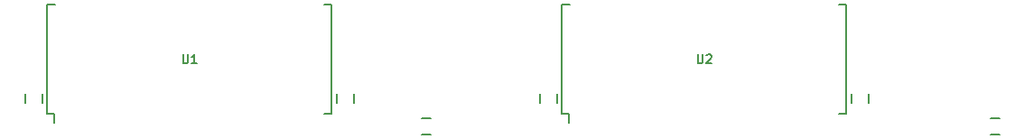
<source format=gto>
G04 #@! TF.GenerationSoftware,KiCad,Pcbnew,(5.1.10-1-10_14)*
G04 #@! TF.CreationDate,2021-07-01T18:54:41-04:00*
G04 #@! TF.ProjectId,MacVRAMSIMM,4d616356-5241-44d5-9349-4d4d2e6b6963,1.0*
G04 #@! TF.SameCoordinates,Original*
G04 #@! TF.FileFunction,Legend,Top*
G04 #@! TF.FilePolarity,Positive*
%FSLAX46Y46*%
G04 Gerber Fmt 4.6, Leading zero omitted, Abs format (unit mm)*
G04 Created by KiCad (PCBNEW (5.1.10-1-10_14)) date 2021-07-01 18:54:41*
%MOMM*%
%LPD*%
G01*
G04 APERTURE LIST*
%ADD10C,0.152400*%
%ADD11C,0.200000*%
%ADD12C,0.203200*%
%ADD13C,0.175000*%
%ADD14C,2.000000*%
%ADD15C,2.150000*%
G04 APERTURE END LIST*
D10*
X164908600Y-121818500D02*
X165721400Y-121818500D01*
X164908600Y-123418500D02*
X165721400Y-123418500D01*
X111568600Y-123418500D02*
X112381400Y-123418500D01*
X111568600Y-121818500D02*
X112381400Y-121818500D01*
X74384000Y-120421400D02*
X74384000Y-119608600D01*
X75984000Y-120421400D02*
X75984000Y-119608600D01*
X153454000Y-120421400D02*
X153454000Y-119608600D01*
X151854000Y-120421400D02*
X151854000Y-119608600D01*
X124244000Y-120421400D02*
X124244000Y-119608600D01*
X122644000Y-120421400D02*
X122644000Y-119608600D01*
X103594000Y-120421400D02*
X103594000Y-119608600D01*
X105194000Y-120421400D02*
X105194000Y-119608600D01*
D11*
X76454000Y-121477000D02*
X77104000Y-121477000D01*
X76454000Y-111187000D02*
X77199000Y-111187000D01*
X103124000Y-111187000D02*
X102379000Y-111187000D01*
X103124000Y-121477000D02*
X102379000Y-121477000D01*
X76454000Y-121477000D02*
X76454000Y-111187000D01*
X103124000Y-121412000D02*
X103124000Y-111187000D01*
X77104000Y-121477000D02*
X77104000Y-122301000D01*
X125364000Y-121477000D02*
X125364000Y-122301000D01*
X151384000Y-121412000D02*
X151384000Y-111187000D01*
X124714000Y-121477000D02*
X124714000Y-111187000D01*
X151384000Y-121477000D02*
X150639000Y-121477000D01*
X151384000Y-111187000D02*
X150639000Y-111187000D01*
X124714000Y-111187000D02*
X125459000Y-111187000D01*
X124714000Y-121477000D02*
X125364000Y-121477000D01*
D12*
X89169723Y-115886895D02*
X89169723Y-116544876D01*
X89208428Y-116622285D01*
X89247133Y-116660990D01*
X89324542Y-116699695D01*
X89479361Y-116699695D01*
X89556771Y-116660990D01*
X89595476Y-116622285D01*
X89634180Y-116544876D01*
X89634180Y-115886895D01*
X90446980Y-116699695D02*
X89982523Y-116699695D01*
X90214752Y-116699695D02*
X90214752Y-115886895D01*
X90137342Y-116003009D01*
X90059933Y-116080419D01*
X89982523Y-116119123D01*
X137429723Y-115886895D02*
X137429723Y-116544876D01*
X137468428Y-116622285D01*
X137507133Y-116660990D01*
X137584542Y-116699695D01*
X137739361Y-116699695D01*
X137816771Y-116660990D01*
X137855476Y-116622285D01*
X137894180Y-116544876D01*
X137894180Y-115886895D01*
X138242523Y-115964304D02*
X138281228Y-115925600D01*
X138358638Y-115886895D01*
X138552161Y-115886895D01*
X138629571Y-115925600D01*
X138668276Y-115964304D01*
X138706980Y-116041714D01*
X138706980Y-116119123D01*
X138668276Y-116235238D01*
X138203819Y-116699695D01*
X138706980Y-116699695D01*
%LPC*%
D13*
G36*
X165735000Y-127635000D02*
G01*
X123825000Y-127635000D01*
X123317000Y-125031500D01*
X166243000Y-125031500D01*
X165735000Y-127635000D01*
G37*
X165735000Y-127635000D02*
X123825000Y-127635000D01*
X123317000Y-125031500D01*
X166243000Y-125031500D01*
X165735000Y-127635000D01*
G36*
X117475000Y-127635000D02*
G01*
X75565000Y-127635000D01*
X75057000Y-125031500D01*
X117983000Y-125031500D01*
X117475000Y-127635000D01*
G37*
X117475000Y-127635000D02*
X75565000Y-127635000D01*
X75057000Y-125031500D01*
X117983000Y-125031500D01*
X117475000Y-127635000D01*
G36*
G01*
X165139300Y-127233440D02*
X165139300Y-124988560D01*
G75*
G02*
X165615860Y-124512000I476560J0D01*
G01*
X165854140Y-124512000D01*
G75*
G02*
X166330700Y-124988560I0J-476560D01*
G01*
X166330700Y-127233440D01*
G75*
G02*
X165854140Y-127710000I-476560J0D01*
G01*
X165615860Y-127710000D01*
G75*
G02*
X165139300Y-127233440I0J476560D01*
G01*
G37*
G36*
G01*
X163869300Y-127233440D02*
X163869300Y-124988560D01*
G75*
G02*
X164345860Y-124512000I476560J0D01*
G01*
X164584140Y-124512000D01*
G75*
G02*
X165060700Y-124988560I0J-476560D01*
G01*
X165060700Y-127233440D01*
G75*
G02*
X164584140Y-127710000I-476560J0D01*
G01*
X164345860Y-127710000D01*
G75*
G02*
X163869300Y-127233440I0J476560D01*
G01*
G37*
G36*
G01*
X162599300Y-127233440D02*
X162599300Y-124988560D01*
G75*
G02*
X163075860Y-124512000I476560J0D01*
G01*
X163314140Y-124512000D01*
G75*
G02*
X163790700Y-124988560I0J-476560D01*
G01*
X163790700Y-127233440D01*
G75*
G02*
X163314140Y-127710000I-476560J0D01*
G01*
X163075860Y-127710000D01*
G75*
G02*
X162599300Y-127233440I0J476560D01*
G01*
G37*
G36*
G01*
X161329300Y-127233440D02*
X161329300Y-124988560D01*
G75*
G02*
X161805860Y-124512000I476560J0D01*
G01*
X162044140Y-124512000D01*
G75*
G02*
X162520700Y-124988560I0J-476560D01*
G01*
X162520700Y-127233440D01*
G75*
G02*
X162044140Y-127710000I-476560J0D01*
G01*
X161805860Y-127710000D01*
G75*
G02*
X161329300Y-127233440I0J476560D01*
G01*
G37*
G36*
G01*
X160059300Y-127233440D02*
X160059300Y-124988560D01*
G75*
G02*
X160535860Y-124512000I476560J0D01*
G01*
X160774140Y-124512000D01*
G75*
G02*
X161250700Y-124988560I0J-476560D01*
G01*
X161250700Y-127233440D01*
G75*
G02*
X160774140Y-127710000I-476560J0D01*
G01*
X160535860Y-127710000D01*
G75*
G02*
X160059300Y-127233440I0J476560D01*
G01*
G37*
G36*
G01*
X158789300Y-127233440D02*
X158789300Y-124988560D01*
G75*
G02*
X159265860Y-124512000I476560J0D01*
G01*
X159504140Y-124512000D01*
G75*
G02*
X159980700Y-124988560I0J-476560D01*
G01*
X159980700Y-127233440D01*
G75*
G02*
X159504140Y-127710000I-476560J0D01*
G01*
X159265860Y-127710000D01*
G75*
G02*
X158789300Y-127233440I0J476560D01*
G01*
G37*
G36*
G01*
X157519300Y-127233440D02*
X157519300Y-124988560D01*
G75*
G02*
X157995860Y-124512000I476560J0D01*
G01*
X158234140Y-124512000D01*
G75*
G02*
X158710700Y-124988560I0J-476560D01*
G01*
X158710700Y-127233440D01*
G75*
G02*
X158234140Y-127710000I-476560J0D01*
G01*
X157995860Y-127710000D01*
G75*
G02*
X157519300Y-127233440I0J476560D01*
G01*
G37*
G36*
G01*
X156249300Y-127233440D02*
X156249300Y-124988560D01*
G75*
G02*
X156725860Y-124512000I476560J0D01*
G01*
X156964140Y-124512000D01*
G75*
G02*
X157440700Y-124988560I0J-476560D01*
G01*
X157440700Y-127233440D01*
G75*
G02*
X156964140Y-127710000I-476560J0D01*
G01*
X156725860Y-127710000D01*
G75*
G02*
X156249300Y-127233440I0J476560D01*
G01*
G37*
G36*
G01*
X154979300Y-127233440D02*
X154979300Y-124988560D01*
G75*
G02*
X155455860Y-124512000I476560J0D01*
G01*
X155694140Y-124512000D01*
G75*
G02*
X156170700Y-124988560I0J-476560D01*
G01*
X156170700Y-127233440D01*
G75*
G02*
X155694140Y-127710000I-476560J0D01*
G01*
X155455860Y-127710000D01*
G75*
G02*
X154979300Y-127233440I0J476560D01*
G01*
G37*
G36*
G01*
X153709300Y-127233440D02*
X153709300Y-124988560D01*
G75*
G02*
X154185860Y-124512000I476560J0D01*
G01*
X154424140Y-124512000D01*
G75*
G02*
X154900700Y-124988560I0J-476560D01*
G01*
X154900700Y-127233440D01*
G75*
G02*
X154424140Y-127710000I-476560J0D01*
G01*
X154185860Y-127710000D01*
G75*
G02*
X153709300Y-127233440I0J476560D01*
G01*
G37*
G36*
G01*
X152439300Y-127233440D02*
X152439300Y-124988560D01*
G75*
G02*
X152915860Y-124512000I476560J0D01*
G01*
X153154140Y-124512000D01*
G75*
G02*
X153630700Y-124988560I0J-476560D01*
G01*
X153630700Y-127233440D01*
G75*
G02*
X153154140Y-127710000I-476560J0D01*
G01*
X152915860Y-127710000D01*
G75*
G02*
X152439300Y-127233440I0J476560D01*
G01*
G37*
G36*
G01*
X151169300Y-127233440D02*
X151169300Y-124988560D01*
G75*
G02*
X151645860Y-124512000I476560J0D01*
G01*
X151884140Y-124512000D01*
G75*
G02*
X152360700Y-124988560I0J-476560D01*
G01*
X152360700Y-127233440D01*
G75*
G02*
X151884140Y-127710000I-476560J0D01*
G01*
X151645860Y-127710000D01*
G75*
G02*
X151169300Y-127233440I0J476560D01*
G01*
G37*
G36*
G01*
X149899300Y-127233440D02*
X149899300Y-124988560D01*
G75*
G02*
X150375860Y-124512000I476560J0D01*
G01*
X150614140Y-124512000D01*
G75*
G02*
X151090700Y-124988560I0J-476560D01*
G01*
X151090700Y-127233440D01*
G75*
G02*
X150614140Y-127710000I-476560J0D01*
G01*
X150375860Y-127710000D01*
G75*
G02*
X149899300Y-127233440I0J476560D01*
G01*
G37*
G36*
G01*
X148629300Y-127233440D02*
X148629300Y-124988560D01*
G75*
G02*
X149105860Y-124512000I476560J0D01*
G01*
X149344140Y-124512000D01*
G75*
G02*
X149820700Y-124988560I0J-476560D01*
G01*
X149820700Y-127233440D01*
G75*
G02*
X149344140Y-127710000I-476560J0D01*
G01*
X149105860Y-127710000D01*
G75*
G02*
X148629300Y-127233440I0J476560D01*
G01*
G37*
G36*
G01*
X147359300Y-127233440D02*
X147359300Y-124988560D01*
G75*
G02*
X147835860Y-124512000I476560J0D01*
G01*
X148074140Y-124512000D01*
G75*
G02*
X148550700Y-124988560I0J-476560D01*
G01*
X148550700Y-127233440D01*
G75*
G02*
X148074140Y-127710000I-476560J0D01*
G01*
X147835860Y-127710000D01*
G75*
G02*
X147359300Y-127233440I0J476560D01*
G01*
G37*
G36*
G01*
X146089300Y-127233440D02*
X146089300Y-124988560D01*
G75*
G02*
X146565860Y-124512000I476560J0D01*
G01*
X146804140Y-124512000D01*
G75*
G02*
X147280700Y-124988560I0J-476560D01*
G01*
X147280700Y-127233440D01*
G75*
G02*
X146804140Y-127710000I-476560J0D01*
G01*
X146565860Y-127710000D01*
G75*
G02*
X146089300Y-127233440I0J476560D01*
G01*
G37*
G36*
G01*
X144819300Y-127233440D02*
X144819300Y-124988560D01*
G75*
G02*
X145295860Y-124512000I476560J0D01*
G01*
X145534140Y-124512000D01*
G75*
G02*
X146010700Y-124988560I0J-476560D01*
G01*
X146010700Y-127233440D01*
G75*
G02*
X145534140Y-127710000I-476560J0D01*
G01*
X145295860Y-127710000D01*
G75*
G02*
X144819300Y-127233440I0J476560D01*
G01*
G37*
G36*
G01*
X143549300Y-127233440D02*
X143549300Y-124988560D01*
G75*
G02*
X144025860Y-124512000I476560J0D01*
G01*
X144264140Y-124512000D01*
G75*
G02*
X144740700Y-124988560I0J-476560D01*
G01*
X144740700Y-127233440D01*
G75*
G02*
X144264140Y-127710000I-476560J0D01*
G01*
X144025860Y-127710000D01*
G75*
G02*
X143549300Y-127233440I0J476560D01*
G01*
G37*
G36*
G01*
X142279300Y-127233440D02*
X142279300Y-124988560D01*
G75*
G02*
X142755860Y-124512000I476560J0D01*
G01*
X142994140Y-124512000D01*
G75*
G02*
X143470700Y-124988560I0J-476560D01*
G01*
X143470700Y-127233440D01*
G75*
G02*
X142994140Y-127710000I-476560J0D01*
G01*
X142755860Y-127710000D01*
G75*
G02*
X142279300Y-127233440I0J476560D01*
G01*
G37*
G36*
G01*
X141009300Y-127233440D02*
X141009300Y-124988560D01*
G75*
G02*
X141485860Y-124512000I476560J0D01*
G01*
X141724140Y-124512000D01*
G75*
G02*
X142200700Y-124988560I0J-476560D01*
G01*
X142200700Y-127233440D01*
G75*
G02*
X141724140Y-127710000I-476560J0D01*
G01*
X141485860Y-127710000D01*
G75*
G02*
X141009300Y-127233440I0J476560D01*
G01*
G37*
G36*
G01*
X139739300Y-127233440D02*
X139739300Y-124988560D01*
G75*
G02*
X140215860Y-124512000I476560J0D01*
G01*
X140454140Y-124512000D01*
G75*
G02*
X140930700Y-124988560I0J-476560D01*
G01*
X140930700Y-127233440D01*
G75*
G02*
X140454140Y-127710000I-476560J0D01*
G01*
X140215860Y-127710000D01*
G75*
G02*
X139739300Y-127233440I0J476560D01*
G01*
G37*
G36*
G01*
X138469300Y-127233440D02*
X138469300Y-124988560D01*
G75*
G02*
X138945860Y-124512000I476560J0D01*
G01*
X139184140Y-124512000D01*
G75*
G02*
X139660700Y-124988560I0J-476560D01*
G01*
X139660700Y-127233440D01*
G75*
G02*
X139184140Y-127710000I-476560J0D01*
G01*
X138945860Y-127710000D01*
G75*
G02*
X138469300Y-127233440I0J476560D01*
G01*
G37*
G36*
G01*
X137199300Y-127233440D02*
X137199300Y-124988560D01*
G75*
G02*
X137675860Y-124512000I476560J0D01*
G01*
X137914140Y-124512000D01*
G75*
G02*
X138390700Y-124988560I0J-476560D01*
G01*
X138390700Y-127233440D01*
G75*
G02*
X137914140Y-127710000I-476560J0D01*
G01*
X137675860Y-127710000D01*
G75*
G02*
X137199300Y-127233440I0J476560D01*
G01*
G37*
G36*
G01*
X135929300Y-127233440D02*
X135929300Y-124988560D01*
G75*
G02*
X136405860Y-124512000I476560J0D01*
G01*
X136644140Y-124512000D01*
G75*
G02*
X137120700Y-124988560I0J-476560D01*
G01*
X137120700Y-127233440D01*
G75*
G02*
X136644140Y-127710000I-476560J0D01*
G01*
X136405860Y-127710000D01*
G75*
G02*
X135929300Y-127233440I0J476560D01*
G01*
G37*
G36*
G01*
X134659300Y-127233440D02*
X134659300Y-124988560D01*
G75*
G02*
X135135860Y-124512000I476560J0D01*
G01*
X135374140Y-124512000D01*
G75*
G02*
X135850700Y-124988560I0J-476560D01*
G01*
X135850700Y-127233440D01*
G75*
G02*
X135374140Y-127710000I-476560J0D01*
G01*
X135135860Y-127710000D01*
G75*
G02*
X134659300Y-127233440I0J476560D01*
G01*
G37*
G36*
G01*
X133389300Y-127233440D02*
X133389300Y-124988560D01*
G75*
G02*
X133865860Y-124512000I476560J0D01*
G01*
X134104140Y-124512000D01*
G75*
G02*
X134580700Y-124988560I0J-476560D01*
G01*
X134580700Y-127233440D01*
G75*
G02*
X134104140Y-127710000I-476560J0D01*
G01*
X133865860Y-127710000D01*
G75*
G02*
X133389300Y-127233440I0J476560D01*
G01*
G37*
G36*
G01*
X132119300Y-127233440D02*
X132119300Y-124988560D01*
G75*
G02*
X132595860Y-124512000I476560J0D01*
G01*
X132834140Y-124512000D01*
G75*
G02*
X133310700Y-124988560I0J-476560D01*
G01*
X133310700Y-127233440D01*
G75*
G02*
X132834140Y-127710000I-476560J0D01*
G01*
X132595860Y-127710000D01*
G75*
G02*
X132119300Y-127233440I0J476560D01*
G01*
G37*
G36*
G01*
X130849300Y-127233440D02*
X130849300Y-124988560D01*
G75*
G02*
X131325860Y-124512000I476560J0D01*
G01*
X131564140Y-124512000D01*
G75*
G02*
X132040700Y-124988560I0J-476560D01*
G01*
X132040700Y-127233440D01*
G75*
G02*
X131564140Y-127710000I-476560J0D01*
G01*
X131325860Y-127710000D01*
G75*
G02*
X130849300Y-127233440I0J476560D01*
G01*
G37*
G36*
G01*
X129579300Y-127233440D02*
X129579300Y-124988560D01*
G75*
G02*
X130055860Y-124512000I476560J0D01*
G01*
X130294140Y-124512000D01*
G75*
G02*
X130770700Y-124988560I0J-476560D01*
G01*
X130770700Y-127233440D01*
G75*
G02*
X130294140Y-127710000I-476560J0D01*
G01*
X130055860Y-127710000D01*
G75*
G02*
X129579300Y-127233440I0J476560D01*
G01*
G37*
G36*
G01*
X128309300Y-127233440D02*
X128309300Y-124988560D01*
G75*
G02*
X128785860Y-124512000I476560J0D01*
G01*
X129024140Y-124512000D01*
G75*
G02*
X129500700Y-124988560I0J-476560D01*
G01*
X129500700Y-127233440D01*
G75*
G02*
X129024140Y-127710000I-476560J0D01*
G01*
X128785860Y-127710000D01*
G75*
G02*
X128309300Y-127233440I0J476560D01*
G01*
G37*
G36*
G01*
X127039300Y-127233440D02*
X127039300Y-124988560D01*
G75*
G02*
X127515860Y-124512000I476560J0D01*
G01*
X127754140Y-124512000D01*
G75*
G02*
X128230700Y-124988560I0J-476560D01*
G01*
X128230700Y-127233440D01*
G75*
G02*
X127754140Y-127710000I-476560J0D01*
G01*
X127515860Y-127710000D01*
G75*
G02*
X127039300Y-127233440I0J476560D01*
G01*
G37*
G36*
G01*
X125769300Y-127233440D02*
X125769300Y-124988560D01*
G75*
G02*
X126245860Y-124512000I476560J0D01*
G01*
X126484140Y-124512000D01*
G75*
G02*
X126960700Y-124988560I0J-476560D01*
G01*
X126960700Y-127233440D01*
G75*
G02*
X126484140Y-127710000I-476560J0D01*
G01*
X126245860Y-127710000D01*
G75*
G02*
X125769300Y-127233440I0J476560D01*
G01*
G37*
G36*
G01*
X124499300Y-127233440D02*
X124499300Y-124988560D01*
G75*
G02*
X124975860Y-124512000I476560J0D01*
G01*
X125214140Y-124512000D01*
G75*
G02*
X125690700Y-124988560I0J-476560D01*
G01*
X125690700Y-127233440D01*
G75*
G02*
X125214140Y-127710000I-476560J0D01*
G01*
X124975860Y-127710000D01*
G75*
G02*
X124499300Y-127233440I0J476560D01*
G01*
G37*
G36*
G01*
X123229300Y-127233440D02*
X123229300Y-124988560D01*
G75*
G02*
X123705860Y-124512000I476560J0D01*
G01*
X123944140Y-124512000D01*
G75*
G02*
X124420700Y-124988560I0J-476560D01*
G01*
X124420700Y-127233440D01*
G75*
G02*
X123944140Y-127710000I-476560J0D01*
G01*
X123705860Y-127710000D01*
G75*
G02*
X123229300Y-127233440I0J476560D01*
G01*
G37*
G36*
G01*
X116879300Y-127233440D02*
X116879300Y-124988560D01*
G75*
G02*
X117355860Y-124512000I476560J0D01*
G01*
X117594140Y-124512000D01*
G75*
G02*
X118070700Y-124988560I0J-476560D01*
G01*
X118070700Y-127233440D01*
G75*
G02*
X117594140Y-127710000I-476560J0D01*
G01*
X117355860Y-127710000D01*
G75*
G02*
X116879300Y-127233440I0J476560D01*
G01*
G37*
G36*
G01*
X115609300Y-127233440D02*
X115609300Y-124988560D01*
G75*
G02*
X116085860Y-124512000I476560J0D01*
G01*
X116324140Y-124512000D01*
G75*
G02*
X116800700Y-124988560I0J-476560D01*
G01*
X116800700Y-127233440D01*
G75*
G02*
X116324140Y-127710000I-476560J0D01*
G01*
X116085860Y-127710000D01*
G75*
G02*
X115609300Y-127233440I0J476560D01*
G01*
G37*
G36*
G01*
X114339300Y-127233440D02*
X114339300Y-124988560D01*
G75*
G02*
X114815860Y-124512000I476560J0D01*
G01*
X115054140Y-124512000D01*
G75*
G02*
X115530700Y-124988560I0J-476560D01*
G01*
X115530700Y-127233440D01*
G75*
G02*
X115054140Y-127710000I-476560J0D01*
G01*
X114815860Y-127710000D01*
G75*
G02*
X114339300Y-127233440I0J476560D01*
G01*
G37*
G36*
G01*
X113069300Y-127233440D02*
X113069300Y-124988560D01*
G75*
G02*
X113545860Y-124512000I476560J0D01*
G01*
X113784140Y-124512000D01*
G75*
G02*
X114260700Y-124988560I0J-476560D01*
G01*
X114260700Y-127233440D01*
G75*
G02*
X113784140Y-127710000I-476560J0D01*
G01*
X113545860Y-127710000D01*
G75*
G02*
X113069300Y-127233440I0J476560D01*
G01*
G37*
G36*
G01*
X111799300Y-127233440D02*
X111799300Y-124988560D01*
G75*
G02*
X112275860Y-124512000I476560J0D01*
G01*
X112514140Y-124512000D01*
G75*
G02*
X112990700Y-124988560I0J-476560D01*
G01*
X112990700Y-127233440D01*
G75*
G02*
X112514140Y-127710000I-476560J0D01*
G01*
X112275860Y-127710000D01*
G75*
G02*
X111799300Y-127233440I0J476560D01*
G01*
G37*
G36*
G01*
X110529300Y-127233440D02*
X110529300Y-124988560D01*
G75*
G02*
X111005860Y-124512000I476560J0D01*
G01*
X111244140Y-124512000D01*
G75*
G02*
X111720700Y-124988560I0J-476560D01*
G01*
X111720700Y-127233440D01*
G75*
G02*
X111244140Y-127710000I-476560J0D01*
G01*
X111005860Y-127710000D01*
G75*
G02*
X110529300Y-127233440I0J476560D01*
G01*
G37*
G36*
G01*
X109259300Y-127233440D02*
X109259300Y-124988560D01*
G75*
G02*
X109735860Y-124512000I476560J0D01*
G01*
X109974140Y-124512000D01*
G75*
G02*
X110450700Y-124988560I0J-476560D01*
G01*
X110450700Y-127233440D01*
G75*
G02*
X109974140Y-127710000I-476560J0D01*
G01*
X109735860Y-127710000D01*
G75*
G02*
X109259300Y-127233440I0J476560D01*
G01*
G37*
G36*
G01*
X107989300Y-127233440D02*
X107989300Y-124988560D01*
G75*
G02*
X108465860Y-124512000I476560J0D01*
G01*
X108704140Y-124512000D01*
G75*
G02*
X109180700Y-124988560I0J-476560D01*
G01*
X109180700Y-127233440D01*
G75*
G02*
X108704140Y-127710000I-476560J0D01*
G01*
X108465860Y-127710000D01*
G75*
G02*
X107989300Y-127233440I0J476560D01*
G01*
G37*
G36*
G01*
X106719300Y-127233440D02*
X106719300Y-124988560D01*
G75*
G02*
X107195860Y-124512000I476560J0D01*
G01*
X107434140Y-124512000D01*
G75*
G02*
X107910700Y-124988560I0J-476560D01*
G01*
X107910700Y-127233440D01*
G75*
G02*
X107434140Y-127710000I-476560J0D01*
G01*
X107195860Y-127710000D01*
G75*
G02*
X106719300Y-127233440I0J476560D01*
G01*
G37*
G36*
G01*
X105449300Y-127233440D02*
X105449300Y-124988560D01*
G75*
G02*
X105925860Y-124512000I476560J0D01*
G01*
X106164140Y-124512000D01*
G75*
G02*
X106640700Y-124988560I0J-476560D01*
G01*
X106640700Y-127233440D01*
G75*
G02*
X106164140Y-127710000I-476560J0D01*
G01*
X105925860Y-127710000D01*
G75*
G02*
X105449300Y-127233440I0J476560D01*
G01*
G37*
G36*
G01*
X104179300Y-127233440D02*
X104179300Y-124988560D01*
G75*
G02*
X104655860Y-124512000I476560J0D01*
G01*
X104894140Y-124512000D01*
G75*
G02*
X105370700Y-124988560I0J-476560D01*
G01*
X105370700Y-127233440D01*
G75*
G02*
X104894140Y-127710000I-476560J0D01*
G01*
X104655860Y-127710000D01*
G75*
G02*
X104179300Y-127233440I0J476560D01*
G01*
G37*
G36*
G01*
X102909300Y-127233440D02*
X102909300Y-124988560D01*
G75*
G02*
X103385860Y-124512000I476560J0D01*
G01*
X103624140Y-124512000D01*
G75*
G02*
X104100700Y-124988560I0J-476560D01*
G01*
X104100700Y-127233440D01*
G75*
G02*
X103624140Y-127710000I-476560J0D01*
G01*
X103385860Y-127710000D01*
G75*
G02*
X102909300Y-127233440I0J476560D01*
G01*
G37*
G36*
G01*
X101639300Y-127233440D02*
X101639300Y-124988560D01*
G75*
G02*
X102115860Y-124512000I476560J0D01*
G01*
X102354140Y-124512000D01*
G75*
G02*
X102830700Y-124988560I0J-476560D01*
G01*
X102830700Y-127233440D01*
G75*
G02*
X102354140Y-127710000I-476560J0D01*
G01*
X102115860Y-127710000D01*
G75*
G02*
X101639300Y-127233440I0J476560D01*
G01*
G37*
G36*
G01*
X100369300Y-127233440D02*
X100369300Y-124988560D01*
G75*
G02*
X100845860Y-124512000I476560J0D01*
G01*
X101084140Y-124512000D01*
G75*
G02*
X101560700Y-124988560I0J-476560D01*
G01*
X101560700Y-127233440D01*
G75*
G02*
X101084140Y-127710000I-476560J0D01*
G01*
X100845860Y-127710000D01*
G75*
G02*
X100369300Y-127233440I0J476560D01*
G01*
G37*
G36*
G01*
X99099300Y-127233440D02*
X99099300Y-124988560D01*
G75*
G02*
X99575860Y-124512000I476560J0D01*
G01*
X99814140Y-124512000D01*
G75*
G02*
X100290700Y-124988560I0J-476560D01*
G01*
X100290700Y-127233440D01*
G75*
G02*
X99814140Y-127710000I-476560J0D01*
G01*
X99575860Y-127710000D01*
G75*
G02*
X99099300Y-127233440I0J476560D01*
G01*
G37*
G36*
G01*
X97829300Y-127233440D02*
X97829300Y-124988560D01*
G75*
G02*
X98305860Y-124512000I476560J0D01*
G01*
X98544140Y-124512000D01*
G75*
G02*
X99020700Y-124988560I0J-476560D01*
G01*
X99020700Y-127233440D01*
G75*
G02*
X98544140Y-127710000I-476560J0D01*
G01*
X98305860Y-127710000D01*
G75*
G02*
X97829300Y-127233440I0J476560D01*
G01*
G37*
G36*
G01*
X96559300Y-127233440D02*
X96559300Y-124988560D01*
G75*
G02*
X97035860Y-124512000I476560J0D01*
G01*
X97274140Y-124512000D01*
G75*
G02*
X97750700Y-124988560I0J-476560D01*
G01*
X97750700Y-127233440D01*
G75*
G02*
X97274140Y-127710000I-476560J0D01*
G01*
X97035860Y-127710000D01*
G75*
G02*
X96559300Y-127233440I0J476560D01*
G01*
G37*
G36*
G01*
X95289300Y-127233440D02*
X95289300Y-124988560D01*
G75*
G02*
X95765860Y-124512000I476560J0D01*
G01*
X96004140Y-124512000D01*
G75*
G02*
X96480700Y-124988560I0J-476560D01*
G01*
X96480700Y-127233440D01*
G75*
G02*
X96004140Y-127710000I-476560J0D01*
G01*
X95765860Y-127710000D01*
G75*
G02*
X95289300Y-127233440I0J476560D01*
G01*
G37*
G36*
G01*
X94019300Y-127233440D02*
X94019300Y-124988560D01*
G75*
G02*
X94495860Y-124512000I476560J0D01*
G01*
X94734140Y-124512000D01*
G75*
G02*
X95210700Y-124988560I0J-476560D01*
G01*
X95210700Y-127233440D01*
G75*
G02*
X94734140Y-127710000I-476560J0D01*
G01*
X94495860Y-127710000D01*
G75*
G02*
X94019300Y-127233440I0J476560D01*
G01*
G37*
G36*
G01*
X92749300Y-127233440D02*
X92749300Y-124988560D01*
G75*
G02*
X93225860Y-124512000I476560J0D01*
G01*
X93464140Y-124512000D01*
G75*
G02*
X93940700Y-124988560I0J-476560D01*
G01*
X93940700Y-127233440D01*
G75*
G02*
X93464140Y-127710000I-476560J0D01*
G01*
X93225860Y-127710000D01*
G75*
G02*
X92749300Y-127233440I0J476560D01*
G01*
G37*
G36*
G01*
X91479300Y-127233440D02*
X91479300Y-124988560D01*
G75*
G02*
X91955860Y-124512000I476560J0D01*
G01*
X92194140Y-124512000D01*
G75*
G02*
X92670700Y-124988560I0J-476560D01*
G01*
X92670700Y-127233440D01*
G75*
G02*
X92194140Y-127710000I-476560J0D01*
G01*
X91955860Y-127710000D01*
G75*
G02*
X91479300Y-127233440I0J476560D01*
G01*
G37*
G36*
G01*
X90209300Y-127233440D02*
X90209300Y-124988560D01*
G75*
G02*
X90685860Y-124512000I476560J0D01*
G01*
X90924140Y-124512000D01*
G75*
G02*
X91400700Y-124988560I0J-476560D01*
G01*
X91400700Y-127233440D01*
G75*
G02*
X90924140Y-127710000I-476560J0D01*
G01*
X90685860Y-127710000D01*
G75*
G02*
X90209300Y-127233440I0J476560D01*
G01*
G37*
G36*
G01*
X88939300Y-127233440D02*
X88939300Y-124988560D01*
G75*
G02*
X89415860Y-124512000I476560J0D01*
G01*
X89654140Y-124512000D01*
G75*
G02*
X90130700Y-124988560I0J-476560D01*
G01*
X90130700Y-127233440D01*
G75*
G02*
X89654140Y-127710000I-476560J0D01*
G01*
X89415860Y-127710000D01*
G75*
G02*
X88939300Y-127233440I0J476560D01*
G01*
G37*
G36*
G01*
X87669300Y-127233440D02*
X87669300Y-124988560D01*
G75*
G02*
X88145860Y-124512000I476560J0D01*
G01*
X88384140Y-124512000D01*
G75*
G02*
X88860700Y-124988560I0J-476560D01*
G01*
X88860700Y-127233440D01*
G75*
G02*
X88384140Y-127710000I-476560J0D01*
G01*
X88145860Y-127710000D01*
G75*
G02*
X87669300Y-127233440I0J476560D01*
G01*
G37*
G36*
G01*
X86399300Y-127233440D02*
X86399300Y-124988560D01*
G75*
G02*
X86875860Y-124512000I476560J0D01*
G01*
X87114140Y-124512000D01*
G75*
G02*
X87590700Y-124988560I0J-476560D01*
G01*
X87590700Y-127233440D01*
G75*
G02*
X87114140Y-127710000I-476560J0D01*
G01*
X86875860Y-127710000D01*
G75*
G02*
X86399300Y-127233440I0J476560D01*
G01*
G37*
G36*
G01*
X85129300Y-127233440D02*
X85129300Y-124988560D01*
G75*
G02*
X85605860Y-124512000I476560J0D01*
G01*
X85844140Y-124512000D01*
G75*
G02*
X86320700Y-124988560I0J-476560D01*
G01*
X86320700Y-127233440D01*
G75*
G02*
X85844140Y-127710000I-476560J0D01*
G01*
X85605860Y-127710000D01*
G75*
G02*
X85129300Y-127233440I0J476560D01*
G01*
G37*
G36*
G01*
X83859300Y-127233440D02*
X83859300Y-124988560D01*
G75*
G02*
X84335860Y-124512000I476560J0D01*
G01*
X84574140Y-124512000D01*
G75*
G02*
X85050700Y-124988560I0J-476560D01*
G01*
X85050700Y-127233440D01*
G75*
G02*
X84574140Y-127710000I-476560J0D01*
G01*
X84335860Y-127710000D01*
G75*
G02*
X83859300Y-127233440I0J476560D01*
G01*
G37*
G36*
G01*
X82589300Y-127233440D02*
X82589300Y-124988560D01*
G75*
G02*
X83065860Y-124512000I476560J0D01*
G01*
X83304140Y-124512000D01*
G75*
G02*
X83780700Y-124988560I0J-476560D01*
G01*
X83780700Y-127233440D01*
G75*
G02*
X83304140Y-127710000I-476560J0D01*
G01*
X83065860Y-127710000D01*
G75*
G02*
X82589300Y-127233440I0J476560D01*
G01*
G37*
G36*
G01*
X81319300Y-127233440D02*
X81319300Y-124988560D01*
G75*
G02*
X81795860Y-124512000I476560J0D01*
G01*
X82034140Y-124512000D01*
G75*
G02*
X82510700Y-124988560I0J-476560D01*
G01*
X82510700Y-127233440D01*
G75*
G02*
X82034140Y-127710000I-476560J0D01*
G01*
X81795860Y-127710000D01*
G75*
G02*
X81319300Y-127233440I0J476560D01*
G01*
G37*
G36*
G01*
X80049300Y-127233440D02*
X80049300Y-124988560D01*
G75*
G02*
X80525860Y-124512000I476560J0D01*
G01*
X80764140Y-124512000D01*
G75*
G02*
X81240700Y-124988560I0J-476560D01*
G01*
X81240700Y-127233440D01*
G75*
G02*
X80764140Y-127710000I-476560J0D01*
G01*
X80525860Y-127710000D01*
G75*
G02*
X80049300Y-127233440I0J476560D01*
G01*
G37*
G36*
G01*
X78779300Y-127233440D02*
X78779300Y-124988560D01*
G75*
G02*
X79255860Y-124512000I476560J0D01*
G01*
X79494140Y-124512000D01*
G75*
G02*
X79970700Y-124988560I0J-476560D01*
G01*
X79970700Y-127233440D01*
G75*
G02*
X79494140Y-127710000I-476560J0D01*
G01*
X79255860Y-127710000D01*
G75*
G02*
X78779300Y-127233440I0J476560D01*
G01*
G37*
G36*
G01*
X77509300Y-127233440D02*
X77509300Y-124988560D01*
G75*
G02*
X77985860Y-124512000I476560J0D01*
G01*
X78224140Y-124512000D01*
G75*
G02*
X78700700Y-124988560I0J-476560D01*
G01*
X78700700Y-127233440D01*
G75*
G02*
X78224140Y-127710000I-476560J0D01*
G01*
X77985860Y-127710000D01*
G75*
G02*
X77509300Y-127233440I0J476560D01*
G01*
G37*
G36*
G01*
X76239300Y-127233440D02*
X76239300Y-124988560D01*
G75*
G02*
X76715860Y-124512000I476560J0D01*
G01*
X76954140Y-124512000D01*
G75*
G02*
X77430700Y-124988560I0J-476560D01*
G01*
X77430700Y-127233440D01*
G75*
G02*
X76954140Y-127710000I-476560J0D01*
G01*
X76715860Y-127710000D01*
G75*
G02*
X76239300Y-127233440I0J476560D01*
G01*
G37*
G36*
G01*
X74969300Y-127233440D02*
X74969300Y-124988560D01*
G75*
G02*
X75445860Y-124512000I476560J0D01*
G01*
X75684140Y-124512000D01*
G75*
G02*
X76160700Y-124988560I0J-476560D01*
G01*
X76160700Y-127233440D01*
G75*
G02*
X75684140Y-127710000I-476560J0D01*
G01*
X75445860Y-127710000D01*
G75*
G02*
X74969300Y-127233440I0J476560D01*
G01*
G37*
G36*
G01*
X163890000Y-123081000D02*
X163890000Y-122156000D01*
G75*
G02*
X164177500Y-121868500I287500J0D01*
G01*
X164752500Y-121868500D01*
G75*
G02*
X165040000Y-122156000I0J-287500D01*
G01*
X165040000Y-123081000D01*
G75*
G02*
X164752500Y-123368500I-287500J0D01*
G01*
X164177500Y-123368500D01*
G75*
G02*
X163890000Y-123081000I0J287500D01*
G01*
G37*
G36*
G01*
X165590000Y-123081000D02*
X165590000Y-122156000D01*
G75*
G02*
X165877500Y-121868500I287500J0D01*
G01*
X166452500Y-121868500D01*
G75*
G02*
X166740000Y-122156000I0J-287500D01*
G01*
X166740000Y-123081000D01*
G75*
G02*
X166452500Y-123368500I-287500J0D01*
G01*
X165877500Y-123368500D01*
G75*
G02*
X165590000Y-123081000I0J287500D01*
G01*
G37*
G36*
G01*
X112250000Y-123081000D02*
X112250000Y-122156000D01*
G75*
G02*
X112537500Y-121868500I287500J0D01*
G01*
X113112500Y-121868500D01*
G75*
G02*
X113400000Y-122156000I0J-287500D01*
G01*
X113400000Y-123081000D01*
G75*
G02*
X113112500Y-123368500I-287500J0D01*
G01*
X112537500Y-123368500D01*
G75*
G02*
X112250000Y-123081000I0J287500D01*
G01*
G37*
G36*
G01*
X110550000Y-123081000D02*
X110550000Y-122156000D01*
G75*
G02*
X110837500Y-121868500I287500J0D01*
G01*
X111412500Y-121868500D01*
G75*
G02*
X111700000Y-122156000I0J-287500D01*
G01*
X111700000Y-123081000D01*
G75*
G02*
X111412500Y-123368500I-287500J0D01*
G01*
X110837500Y-123368500D01*
G75*
G02*
X110550000Y-123081000I0J287500D01*
G01*
G37*
G36*
G01*
X75646500Y-121440000D02*
X74721500Y-121440000D01*
G75*
G02*
X74434000Y-121152500I0J287500D01*
G01*
X74434000Y-120577500D01*
G75*
G02*
X74721500Y-120290000I287500J0D01*
G01*
X75646500Y-120290000D01*
G75*
G02*
X75934000Y-120577500I0J-287500D01*
G01*
X75934000Y-121152500D01*
G75*
G02*
X75646500Y-121440000I-287500J0D01*
G01*
G37*
G36*
G01*
X75646500Y-119740000D02*
X74721500Y-119740000D01*
G75*
G02*
X74434000Y-119452500I0J287500D01*
G01*
X74434000Y-118877500D01*
G75*
G02*
X74721500Y-118590000I287500J0D01*
G01*
X75646500Y-118590000D01*
G75*
G02*
X75934000Y-118877500I0J-287500D01*
G01*
X75934000Y-119452500D01*
G75*
G02*
X75646500Y-119740000I-287500J0D01*
G01*
G37*
G36*
G01*
X153116500Y-119740000D02*
X152191500Y-119740000D01*
G75*
G02*
X151904000Y-119452500I0J287500D01*
G01*
X151904000Y-118877500D01*
G75*
G02*
X152191500Y-118590000I287500J0D01*
G01*
X153116500Y-118590000D01*
G75*
G02*
X153404000Y-118877500I0J-287500D01*
G01*
X153404000Y-119452500D01*
G75*
G02*
X153116500Y-119740000I-287500J0D01*
G01*
G37*
G36*
G01*
X153116500Y-121440000D02*
X152191500Y-121440000D01*
G75*
G02*
X151904000Y-121152500I0J287500D01*
G01*
X151904000Y-120577500D01*
G75*
G02*
X152191500Y-120290000I287500J0D01*
G01*
X153116500Y-120290000D01*
G75*
G02*
X153404000Y-120577500I0J-287500D01*
G01*
X153404000Y-121152500D01*
G75*
G02*
X153116500Y-121440000I-287500J0D01*
G01*
G37*
G36*
G01*
X123906500Y-119740000D02*
X122981500Y-119740000D01*
G75*
G02*
X122694000Y-119452500I0J287500D01*
G01*
X122694000Y-118877500D01*
G75*
G02*
X122981500Y-118590000I287500J0D01*
G01*
X123906500Y-118590000D01*
G75*
G02*
X124194000Y-118877500I0J-287500D01*
G01*
X124194000Y-119452500D01*
G75*
G02*
X123906500Y-119740000I-287500J0D01*
G01*
G37*
G36*
G01*
X123906500Y-121440000D02*
X122981500Y-121440000D01*
G75*
G02*
X122694000Y-121152500I0J287500D01*
G01*
X122694000Y-120577500D01*
G75*
G02*
X122981500Y-120290000I287500J0D01*
G01*
X123906500Y-120290000D01*
G75*
G02*
X124194000Y-120577500I0J-287500D01*
G01*
X124194000Y-121152500D01*
G75*
G02*
X123906500Y-121440000I-287500J0D01*
G01*
G37*
D14*
X72898000Y-123444000D03*
X170434000Y-123444000D03*
X167894000Y-108966000D03*
X73406000Y-108966000D03*
D15*
X72898000Y-125984000D03*
X170434000Y-125984000D03*
X70866000Y-108966000D03*
X170434000Y-108966000D03*
G36*
G01*
X104856500Y-121440000D02*
X103931500Y-121440000D01*
G75*
G02*
X103644000Y-121152500I0J287500D01*
G01*
X103644000Y-120577500D01*
G75*
G02*
X103931500Y-120290000I287500J0D01*
G01*
X104856500Y-120290000D01*
G75*
G02*
X105144000Y-120577500I0J-287500D01*
G01*
X105144000Y-121152500D01*
G75*
G02*
X104856500Y-121440000I-287500J0D01*
G01*
G37*
G36*
G01*
X104856500Y-119740000D02*
X103931500Y-119740000D01*
G75*
G02*
X103644000Y-119452500I0J287500D01*
G01*
X103644000Y-118877500D01*
G75*
G02*
X103931500Y-118590000I287500J0D01*
G01*
X104856500Y-118590000D01*
G75*
G02*
X105144000Y-118877500I0J-287500D01*
G01*
X105144000Y-119452500D01*
G75*
G02*
X104856500Y-119740000I-287500J0D01*
G01*
G37*
G36*
G01*
X79169000Y-113461000D02*
X78819000Y-113461000D01*
G75*
G02*
X78644000Y-113286000I0J175000D01*
G01*
X78644000Y-110488000D01*
G75*
G02*
X78819000Y-110313000I175000J0D01*
G01*
X79169000Y-110313000D01*
G75*
G02*
X79344000Y-110488000I0J-175000D01*
G01*
X79344000Y-113286000D01*
G75*
G02*
X79169000Y-113461000I-175000J0D01*
G01*
G37*
G36*
G01*
X77899000Y-113461000D02*
X77549000Y-113461000D01*
G75*
G02*
X77374000Y-113286000I0J175000D01*
G01*
X77374000Y-110488000D01*
G75*
G02*
X77549000Y-110313000I175000J0D01*
G01*
X77899000Y-110313000D01*
G75*
G02*
X78074000Y-110488000I0J-175000D01*
G01*
X78074000Y-113286000D01*
G75*
G02*
X77899000Y-113461000I-175000J0D01*
G01*
G37*
G36*
G01*
X80439000Y-113461000D02*
X80089000Y-113461000D01*
G75*
G02*
X79914000Y-113286000I0J175000D01*
G01*
X79914000Y-110488000D01*
G75*
G02*
X80089000Y-110313000I175000J0D01*
G01*
X80439000Y-110313000D01*
G75*
G02*
X80614000Y-110488000I0J-175000D01*
G01*
X80614000Y-113286000D01*
G75*
G02*
X80439000Y-113461000I-175000J0D01*
G01*
G37*
G36*
G01*
X81709000Y-113461000D02*
X81359000Y-113461000D01*
G75*
G02*
X81184000Y-113286000I0J175000D01*
G01*
X81184000Y-110488000D01*
G75*
G02*
X81359000Y-110313000I175000J0D01*
G01*
X81709000Y-110313000D01*
G75*
G02*
X81884000Y-110488000I0J-175000D01*
G01*
X81884000Y-113286000D01*
G75*
G02*
X81709000Y-113461000I-175000J0D01*
G01*
G37*
G36*
G01*
X85519000Y-113461000D02*
X85169000Y-113461000D01*
G75*
G02*
X84994000Y-113286000I0J175000D01*
G01*
X84994000Y-110488000D01*
G75*
G02*
X85169000Y-110313000I175000J0D01*
G01*
X85519000Y-110313000D01*
G75*
G02*
X85694000Y-110488000I0J-175000D01*
G01*
X85694000Y-113286000D01*
G75*
G02*
X85519000Y-113461000I-175000J0D01*
G01*
G37*
G36*
G01*
X86789000Y-113461000D02*
X86439000Y-113461000D01*
G75*
G02*
X86264000Y-113286000I0J175000D01*
G01*
X86264000Y-110488000D01*
G75*
G02*
X86439000Y-110313000I175000J0D01*
G01*
X86789000Y-110313000D01*
G75*
G02*
X86964000Y-110488000I0J-175000D01*
G01*
X86964000Y-113286000D01*
G75*
G02*
X86789000Y-113461000I-175000J0D01*
G01*
G37*
G36*
G01*
X88059000Y-113461000D02*
X87709000Y-113461000D01*
G75*
G02*
X87534000Y-113286000I0J175000D01*
G01*
X87534000Y-110488000D01*
G75*
G02*
X87709000Y-110313000I175000J0D01*
G01*
X88059000Y-110313000D01*
G75*
G02*
X88234000Y-110488000I0J-175000D01*
G01*
X88234000Y-113286000D01*
G75*
G02*
X88059000Y-113461000I-175000J0D01*
G01*
G37*
G36*
G01*
X89329000Y-113461000D02*
X88979000Y-113461000D01*
G75*
G02*
X88804000Y-113286000I0J175000D01*
G01*
X88804000Y-110488000D01*
G75*
G02*
X88979000Y-110313000I175000J0D01*
G01*
X89329000Y-110313000D01*
G75*
G02*
X89504000Y-110488000I0J-175000D01*
G01*
X89504000Y-113286000D01*
G75*
G02*
X89329000Y-113461000I-175000J0D01*
G01*
G37*
G36*
G01*
X90599000Y-113461000D02*
X90249000Y-113461000D01*
G75*
G02*
X90074000Y-113286000I0J175000D01*
G01*
X90074000Y-110488000D01*
G75*
G02*
X90249000Y-110313000I175000J0D01*
G01*
X90599000Y-110313000D01*
G75*
G02*
X90774000Y-110488000I0J-175000D01*
G01*
X90774000Y-113286000D01*
G75*
G02*
X90599000Y-113461000I-175000J0D01*
G01*
G37*
G36*
G01*
X91869000Y-113461000D02*
X91519000Y-113461000D01*
G75*
G02*
X91344000Y-113286000I0J175000D01*
G01*
X91344000Y-110488000D01*
G75*
G02*
X91519000Y-110313000I175000J0D01*
G01*
X91869000Y-110313000D01*
G75*
G02*
X92044000Y-110488000I0J-175000D01*
G01*
X92044000Y-113286000D01*
G75*
G02*
X91869000Y-113461000I-175000J0D01*
G01*
G37*
G36*
G01*
X84249000Y-113461000D02*
X83899000Y-113461000D01*
G75*
G02*
X83724000Y-113286000I0J175000D01*
G01*
X83724000Y-110488000D01*
G75*
G02*
X83899000Y-110313000I175000J0D01*
G01*
X84249000Y-110313000D01*
G75*
G02*
X84424000Y-110488000I0J-175000D01*
G01*
X84424000Y-113286000D01*
G75*
G02*
X84249000Y-113461000I-175000J0D01*
G01*
G37*
G36*
G01*
X82979000Y-113461000D02*
X82629000Y-113461000D01*
G75*
G02*
X82454000Y-113286000I0J175000D01*
G01*
X82454000Y-110488000D01*
G75*
G02*
X82629000Y-110313000I175000J0D01*
G01*
X82979000Y-110313000D01*
G75*
G02*
X83154000Y-110488000I0J-175000D01*
G01*
X83154000Y-113286000D01*
G75*
G02*
X82979000Y-113461000I-175000J0D01*
G01*
G37*
G36*
G01*
X102029000Y-122351000D02*
X101679000Y-122351000D01*
G75*
G02*
X101504000Y-122176000I0J175000D01*
G01*
X101504000Y-119378000D01*
G75*
G02*
X101679000Y-119203000I175000J0D01*
G01*
X102029000Y-119203000D01*
G75*
G02*
X102204000Y-119378000I0J-175000D01*
G01*
X102204000Y-122176000D01*
G75*
G02*
X102029000Y-122351000I-175000J0D01*
G01*
G37*
G36*
G01*
X100759000Y-122351000D02*
X100409000Y-122351000D01*
G75*
G02*
X100234000Y-122176000I0J175000D01*
G01*
X100234000Y-119378000D01*
G75*
G02*
X100409000Y-119203000I175000J0D01*
G01*
X100759000Y-119203000D01*
G75*
G02*
X100934000Y-119378000I0J-175000D01*
G01*
X100934000Y-122176000D01*
G75*
G02*
X100759000Y-122351000I-175000J0D01*
G01*
G37*
G36*
G01*
X99489000Y-122351000D02*
X99139000Y-122351000D01*
G75*
G02*
X98964000Y-122176000I0J175000D01*
G01*
X98964000Y-119378000D01*
G75*
G02*
X99139000Y-119203000I175000J0D01*
G01*
X99489000Y-119203000D01*
G75*
G02*
X99664000Y-119378000I0J-175000D01*
G01*
X99664000Y-122176000D01*
G75*
G02*
X99489000Y-122351000I-175000J0D01*
G01*
G37*
G36*
G01*
X98219000Y-122351000D02*
X97869000Y-122351000D01*
G75*
G02*
X97694000Y-122176000I0J175000D01*
G01*
X97694000Y-119378000D01*
G75*
G02*
X97869000Y-119203000I175000J0D01*
G01*
X98219000Y-119203000D01*
G75*
G02*
X98394000Y-119378000I0J-175000D01*
G01*
X98394000Y-122176000D01*
G75*
G02*
X98219000Y-122351000I-175000J0D01*
G01*
G37*
G36*
G01*
X96949000Y-122351000D02*
X96599000Y-122351000D01*
G75*
G02*
X96424000Y-122176000I0J175000D01*
G01*
X96424000Y-119378000D01*
G75*
G02*
X96599000Y-119203000I175000J0D01*
G01*
X96949000Y-119203000D01*
G75*
G02*
X97124000Y-119378000I0J-175000D01*
G01*
X97124000Y-122176000D01*
G75*
G02*
X96949000Y-122351000I-175000J0D01*
G01*
G37*
G36*
G01*
X95679000Y-122351000D02*
X95329000Y-122351000D01*
G75*
G02*
X95154000Y-122176000I0J175000D01*
G01*
X95154000Y-119378000D01*
G75*
G02*
X95329000Y-119203000I175000J0D01*
G01*
X95679000Y-119203000D01*
G75*
G02*
X95854000Y-119378000I0J-175000D01*
G01*
X95854000Y-122176000D01*
G75*
G02*
X95679000Y-122351000I-175000J0D01*
G01*
G37*
G36*
G01*
X85519000Y-122351000D02*
X85169000Y-122351000D01*
G75*
G02*
X84994000Y-122176000I0J175000D01*
G01*
X84994000Y-119378000D01*
G75*
G02*
X85169000Y-119203000I175000J0D01*
G01*
X85519000Y-119203000D01*
G75*
G02*
X85694000Y-119378000I0J-175000D01*
G01*
X85694000Y-122176000D01*
G75*
G02*
X85519000Y-122351000I-175000J0D01*
G01*
G37*
G36*
G01*
X95679000Y-113461000D02*
X95329000Y-113461000D01*
G75*
G02*
X95154000Y-113286000I0J175000D01*
G01*
X95154000Y-110488000D01*
G75*
G02*
X95329000Y-110313000I175000J0D01*
G01*
X95679000Y-110313000D01*
G75*
G02*
X95854000Y-110488000I0J-175000D01*
G01*
X95854000Y-113286000D01*
G75*
G02*
X95679000Y-113461000I-175000J0D01*
G01*
G37*
G36*
G01*
X96949000Y-113461000D02*
X96599000Y-113461000D01*
G75*
G02*
X96424000Y-113286000I0J175000D01*
G01*
X96424000Y-110488000D01*
G75*
G02*
X96599000Y-110313000I175000J0D01*
G01*
X96949000Y-110313000D01*
G75*
G02*
X97124000Y-110488000I0J-175000D01*
G01*
X97124000Y-113286000D01*
G75*
G02*
X96949000Y-113461000I-175000J0D01*
G01*
G37*
G36*
G01*
X98219000Y-113461000D02*
X97869000Y-113461000D01*
G75*
G02*
X97694000Y-113286000I0J175000D01*
G01*
X97694000Y-110488000D01*
G75*
G02*
X97869000Y-110313000I175000J0D01*
G01*
X98219000Y-110313000D01*
G75*
G02*
X98394000Y-110488000I0J-175000D01*
G01*
X98394000Y-113286000D01*
G75*
G02*
X98219000Y-113461000I-175000J0D01*
G01*
G37*
G36*
G01*
X99489000Y-113461000D02*
X99139000Y-113461000D01*
G75*
G02*
X98964000Y-113286000I0J175000D01*
G01*
X98964000Y-110488000D01*
G75*
G02*
X99139000Y-110313000I175000J0D01*
G01*
X99489000Y-110313000D01*
G75*
G02*
X99664000Y-110488000I0J-175000D01*
G01*
X99664000Y-113286000D01*
G75*
G02*
X99489000Y-113461000I-175000J0D01*
G01*
G37*
G36*
G01*
X100759000Y-113461000D02*
X100409000Y-113461000D01*
G75*
G02*
X100234000Y-113286000I0J175000D01*
G01*
X100234000Y-110488000D01*
G75*
G02*
X100409000Y-110313000I175000J0D01*
G01*
X100759000Y-110313000D01*
G75*
G02*
X100934000Y-110488000I0J-175000D01*
G01*
X100934000Y-113286000D01*
G75*
G02*
X100759000Y-113461000I-175000J0D01*
G01*
G37*
G36*
G01*
X93139000Y-122351000D02*
X92789000Y-122351000D01*
G75*
G02*
X92614000Y-122176000I0J175000D01*
G01*
X92614000Y-119378000D01*
G75*
G02*
X92789000Y-119203000I175000J0D01*
G01*
X93139000Y-119203000D01*
G75*
G02*
X93314000Y-119378000I0J-175000D01*
G01*
X93314000Y-122176000D01*
G75*
G02*
X93139000Y-122351000I-175000J0D01*
G01*
G37*
G36*
G01*
X91869000Y-122351000D02*
X91519000Y-122351000D01*
G75*
G02*
X91344000Y-122176000I0J175000D01*
G01*
X91344000Y-119378000D01*
G75*
G02*
X91519000Y-119203000I175000J0D01*
G01*
X91869000Y-119203000D01*
G75*
G02*
X92044000Y-119378000I0J-175000D01*
G01*
X92044000Y-122176000D01*
G75*
G02*
X91869000Y-122351000I-175000J0D01*
G01*
G37*
G36*
G01*
X90599000Y-122351000D02*
X90249000Y-122351000D01*
G75*
G02*
X90074000Y-122176000I0J175000D01*
G01*
X90074000Y-119378000D01*
G75*
G02*
X90249000Y-119203000I175000J0D01*
G01*
X90599000Y-119203000D01*
G75*
G02*
X90774000Y-119378000I0J-175000D01*
G01*
X90774000Y-122176000D01*
G75*
G02*
X90599000Y-122351000I-175000J0D01*
G01*
G37*
G36*
G01*
X89329000Y-122351000D02*
X88979000Y-122351000D01*
G75*
G02*
X88804000Y-122176000I0J175000D01*
G01*
X88804000Y-119378000D01*
G75*
G02*
X88979000Y-119203000I175000J0D01*
G01*
X89329000Y-119203000D01*
G75*
G02*
X89504000Y-119378000I0J-175000D01*
G01*
X89504000Y-122176000D01*
G75*
G02*
X89329000Y-122351000I-175000J0D01*
G01*
G37*
G36*
G01*
X88059000Y-122351000D02*
X87709000Y-122351000D01*
G75*
G02*
X87534000Y-122176000I0J175000D01*
G01*
X87534000Y-119378000D01*
G75*
G02*
X87709000Y-119203000I175000J0D01*
G01*
X88059000Y-119203000D01*
G75*
G02*
X88234000Y-119378000I0J-175000D01*
G01*
X88234000Y-122176000D01*
G75*
G02*
X88059000Y-122351000I-175000J0D01*
G01*
G37*
G36*
G01*
X82979000Y-122351000D02*
X82629000Y-122351000D01*
G75*
G02*
X82454000Y-122176000I0J175000D01*
G01*
X82454000Y-119378000D01*
G75*
G02*
X82629000Y-119203000I175000J0D01*
G01*
X82979000Y-119203000D01*
G75*
G02*
X83154000Y-119378000I0J-175000D01*
G01*
X83154000Y-122176000D01*
G75*
G02*
X82979000Y-122351000I-175000J0D01*
G01*
G37*
G36*
G01*
X81709000Y-122351000D02*
X81359000Y-122351000D01*
G75*
G02*
X81184000Y-122176000I0J175000D01*
G01*
X81184000Y-119378000D01*
G75*
G02*
X81359000Y-119203000I175000J0D01*
G01*
X81709000Y-119203000D01*
G75*
G02*
X81884000Y-119378000I0J-175000D01*
G01*
X81884000Y-122176000D01*
G75*
G02*
X81709000Y-122351000I-175000J0D01*
G01*
G37*
G36*
G01*
X80439000Y-122351000D02*
X80089000Y-122351000D01*
G75*
G02*
X79914000Y-122176000I0J175000D01*
G01*
X79914000Y-119378000D01*
G75*
G02*
X80089000Y-119203000I175000J0D01*
G01*
X80439000Y-119203000D01*
G75*
G02*
X80614000Y-119378000I0J-175000D01*
G01*
X80614000Y-122176000D01*
G75*
G02*
X80439000Y-122351000I-175000J0D01*
G01*
G37*
G36*
G01*
X79169000Y-122351000D02*
X78819000Y-122351000D01*
G75*
G02*
X78644000Y-122176000I0J175000D01*
G01*
X78644000Y-119378000D01*
G75*
G02*
X78819000Y-119203000I175000J0D01*
G01*
X79169000Y-119203000D01*
G75*
G02*
X79344000Y-119378000I0J-175000D01*
G01*
X79344000Y-122176000D01*
G75*
G02*
X79169000Y-122351000I-175000J0D01*
G01*
G37*
G36*
G01*
X77899000Y-122351000D02*
X77549000Y-122351000D01*
G75*
G02*
X77374000Y-122176000I0J175000D01*
G01*
X77374000Y-119378000D01*
G75*
G02*
X77549000Y-119203000I175000J0D01*
G01*
X77899000Y-119203000D01*
G75*
G02*
X78074000Y-119378000I0J-175000D01*
G01*
X78074000Y-122176000D01*
G75*
G02*
X77899000Y-122351000I-175000J0D01*
G01*
G37*
G36*
G01*
X102029000Y-113461000D02*
X101679000Y-113461000D01*
G75*
G02*
X101504000Y-113286000I0J175000D01*
G01*
X101504000Y-110488000D01*
G75*
G02*
X101679000Y-110313000I175000J0D01*
G01*
X102029000Y-110313000D01*
G75*
G02*
X102204000Y-110488000I0J-175000D01*
G01*
X102204000Y-113286000D01*
G75*
G02*
X102029000Y-113461000I-175000J0D01*
G01*
G37*
G36*
G01*
X84249000Y-122351000D02*
X83899000Y-122351000D01*
G75*
G02*
X83724000Y-122176000I0J175000D01*
G01*
X83724000Y-119378000D01*
G75*
G02*
X83899000Y-119203000I175000J0D01*
G01*
X84249000Y-119203000D01*
G75*
G02*
X84424000Y-119378000I0J-175000D01*
G01*
X84424000Y-122176000D01*
G75*
G02*
X84249000Y-122351000I-175000J0D01*
G01*
G37*
G36*
G01*
X86789000Y-122351000D02*
X86439000Y-122351000D01*
G75*
G02*
X86264000Y-122176000I0J175000D01*
G01*
X86264000Y-119378000D01*
G75*
G02*
X86439000Y-119203000I175000J0D01*
G01*
X86789000Y-119203000D01*
G75*
G02*
X86964000Y-119378000I0J-175000D01*
G01*
X86964000Y-122176000D01*
G75*
G02*
X86789000Y-122351000I-175000J0D01*
G01*
G37*
G36*
G01*
X94409000Y-122351000D02*
X94059000Y-122351000D01*
G75*
G02*
X93884000Y-122176000I0J175000D01*
G01*
X93884000Y-119378000D01*
G75*
G02*
X94059000Y-119203000I175000J0D01*
G01*
X94409000Y-119203000D01*
G75*
G02*
X94584000Y-119378000I0J-175000D01*
G01*
X94584000Y-122176000D01*
G75*
G02*
X94409000Y-122351000I-175000J0D01*
G01*
G37*
G36*
G01*
X94409000Y-113461000D02*
X94059000Y-113461000D01*
G75*
G02*
X93884000Y-113286000I0J175000D01*
G01*
X93884000Y-110488000D01*
G75*
G02*
X94059000Y-110313000I175000J0D01*
G01*
X94409000Y-110313000D01*
G75*
G02*
X94584000Y-110488000I0J-175000D01*
G01*
X94584000Y-113286000D01*
G75*
G02*
X94409000Y-113461000I-175000J0D01*
G01*
G37*
G36*
G01*
X93139000Y-113461000D02*
X92789000Y-113461000D01*
G75*
G02*
X92614000Y-113286000I0J175000D01*
G01*
X92614000Y-110488000D01*
G75*
G02*
X92789000Y-110313000I175000J0D01*
G01*
X93139000Y-110313000D01*
G75*
G02*
X93314000Y-110488000I0J-175000D01*
G01*
X93314000Y-113286000D01*
G75*
G02*
X93139000Y-113461000I-175000J0D01*
G01*
G37*
G36*
G01*
X141399000Y-113461000D02*
X141049000Y-113461000D01*
G75*
G02*
X140874000Y-113286000I0J175000D01*
G01*
X140874000Y-110488000D01*
G75*
G02*
X141049000Y-110313000I175000J0D01*
G01*
X141399000Y-110313000D01*
G75*
G02*
X141574000Y-110488000I0J-175000D01*
G01*
X141574000Y-113286000D01*
G75*
G02*
X141399000Y-113461000I-175000J0D01*
G01*
G37*
G36*
G01*
X142669000Y-113461000D02*
X142319000Y-113461000D01*
G75*
G02*
X142144000Y-113286000I0J175000D01*
G01*
X142144000Y-110488000D01*
G75*
G02*
X142319000Y-110313000I175000J0D01*
G01*
X142669000Y-110313000D01*
G75*
G02*
X142844000Y-110488000I0J-175000D01*
G01*
X142844000Y-113286000D01*
G75*
G02*
X142669000Y-113461000I-175000J0D01*
G01*
G37*
G36*
G01*
X142669000Y-122351000D02*
X142319000Y-122351000D01*
G75*
G02*
X142144000Y-122176000I0J175000D01*
G01*
X142144000Y-119378000D01*
G75*
G02*
X142319000Y-119203000I175000J0D01*
G01*
X142669000Y-119203000D01*
G75*
G02*
X142844000Y-119378000I0J-175000D01*
G01*
X142844000Y-122176000D01*
G75*
G02*
X142669000Y-122351000I-175000J0D01*
G01*
G37*
G36*
G01*
X135049000Y-122351000D02*
X134699000Y-122351000D01*
G75*
G02*
X134524000Y-122176000I0J175000D01*
G01*
X134524000Y-119378000D01*
G75*
G02*
X134699000Y-119203000I175000J0D01*
G01*
X135049000Y-119203000D01*
G75*
G02*
X135224000Y-119378000I0J-175000D01*
G01*
X135224000Y-122176000D01*
G75*
G02*
X135049000Y-122351000I-175000J0D01*
G01*
G37*
G36*
G01*
X132509000Y-122351000D02*
X132159000Y-122351000D01*
G75*
G02*
X131984000Y-122176000I0J175000D01*
G01*
X131984000Y-119378000D01*
G75*
G02*
X132159000Y-119203000I175000J0D01*
G01*
X132509000Y-119203000D01*
G75*
G02*
X132684000Y-119378000I0J-175000D01*
G01*
X132684000Y-122176000D01*
G75*
G02*
X132509000Y-122351000I-175000J0D01*
G01*
G37*
G36*
G01*
X150289000Y-113461000D02*
X149939000Y-113461000D01*
G75*
G02*
X149764000Y-113286000I0J175000D01*
G01*
X149764000Y-110488000D01*
G75*
G02*
X149939000Y-110313000I175000J0D01*
G01*
X150289000Y-110313000D01*
G75*
G02*
X150464000Y-110488000I0J-175000D01*
G01*
X150464000Y-113286000D01*
G75*
G02*
X150289000Y-113461000I-175000J0D01*
G01*
G37*
G36*
G01*
X126159000Y-122351000D02*
X125809000Y-122351000D01*
G75*
G02*
X125634000Y-122176000I0J175000D01*
G01*
X125634000Y-119378000D01*
G75*
G02*
X125809000Y-119203000I175000J0D01*
G01*
X126159000Y-119203000D01*
G75*
G02*
X126334000Y-119378000I0J-175000D01*
G01*
X126334000Y-122176000D01*
G75*
G02*
X126159000Y-122351000I-175000J0D01*
G01*
G37*
G36*
G01*
X127429000Y-122351000D02*
X127079000Y-122351000D01*
G75*
G02*
X126904000Y-122176000I0J175000D01*
G01*
X126904000Y-119378000D01*
G75*
G02*
X127079000Y-119203000I175000J0D01*
G01*
X127429000Y-119203000D01*
G75*
G02*
X127604000Y-119378000I0J-175000D01*
G01*
X127604000Y-122176000D01*
G75*
G02*
X127429000Y-122351000I-175000J0D01*
G01*
G37*
G36*
G01*
X128699000Y-122351000D02*
X128349000Y-122351000D01*
G75*
G02*
X128174000Y-122176000I0J175000D01*
G01*
X128174000Y-119378000D01*
G75*
G02*
X128349000Y-119203000I175000J0D01*
G01*
X128699000Y-119203000D01*
G75*
G02*
X128874000Y-119378000I0J-175000D01*
G01*
X128874000Y-122176000D01*
G75*
G02*
X128699000Y-122351000I-175000J0D01*
G01*
G37*
G36*
G01*
X129969000Y-122351000D02*
X129619000Y-122351000D01*
G75*
G02*
X129444000Y-122176000I0J175000D01*
G01*
X129444000Y-119378000D01*
G75*
G02*
X129619000Y-119203000I175000J0D01*
G01*
X129969000Y-119203000D01*
G75*
G02*
X130144000Y-119378000I0J-175000D01*
G01*
X130144000Y-122176000D01*
G75*
G02*
X129969000Y-122351000I-175000J0D01*
G01*
G37*
G36*
G01*
X131239000Y-122351000D02*
X130889000Y-122351000D01*
G75*
G02*
X130714000Y-122176000I0J175000D01*
G01*
X130714000Y-119378000D01*
G75*
G02*
X130889000Y-119203000I175000J0D01*
G01*
X131239000Y-119203000D01*
G75*
G02*
X131414000Y-119378000I0J-175000D01*
G01*
X131414000Y-122176000D01*
G75*
G02*
X131239000Y-122351000I-175000J0D01*
G01*
G37*
G36*
G01*
X136319000Y-122351000D02*
X135969000Y-122351000D01*
G75*
G02*
X135794000Y-122176000I0J175000D01*
G01*
X135794000Y-119378000D01*
G75*
G02*
X135969000Y-119203000I175000J0D01*
G01*
X136319000Y-119203000D01*
G75*
G02*
X136494000Y-119378000I0J-175000D01*
G01*
X136494000Y-122176000D01*
G75*
G02*
X136319000Y-122351000I-175000J0D01*
G01*
G37*
G36*
G01*
X137589000Y-122351000D02*
X137239000Y-122351000D01*
G75*
G02*
X137064000Y-122176000I0J175000D01*
G01*
X137064000Y-119378000D01*
G75*
G02*
X137239000Y-119203000I175000J0D01*
G01*
X137589000Y-119203000D01*
G75*
G02*
X137764000Y-119378000I0J-175000D01*
G01*
X137764000Y-122176000D01*
G75*
G02*
X137589000Y-122351000I-175000J0D01*
G01*
G37*
G36*
G01*
X138859000Y-122351000D02*
X138509000Y-122351000D01*
G75*
G02*
X138334000Y-122176000I0J175000D01*
G01*
X138334000Y-119378000D01*
G75*
G02*
X138509000Y-119203000I175000J0D01*
G01*
X138859000Y-119203000D01*
G75*
G02*
X139034000Y-119378000I0J-175000D01*
G01*
X139034000Y-122176000D01*
G75*
G02*
X138859000Y-122351000I-175000J0D01*
G01*
G37*
G36*
G01*
X140129000Y-122351000D02*
X139779000Y-122351000D01*
G75*
G02*
X139604000Y-122176000I0J175000D01*
G01*
X139604000Y-119378000D01*
G75*
G02*
X139779000Y-119203000I175000J0D01*
G01*
X140129000Y-119203000D01*
G75*
G02*
X140304000Y-119378000I0J-175000D01*
G01*
X140304000Y-122176000D01*
G75*
G02*
X140129000Y-122351000I-175000J0D01*
G01*
G37*
G36*
G01*
X141399000Y-122351000D02*
X141049000Y-122351000D01*
G75*
G02*
X140874000Y-122176000I0J175000D01*
G01*
X140874000Y-119378000D01*
G75*
G02*
X141049000Y-119203000I175000J0D01*
G01*
X141399000Y-119203000D01*
G75*
G02*
X141574000Y-119378000I0J-175000D01*
G01*
X141574000Y-122176000D01*
G75*
G02*
X141399000Y-122351000I-175000J0D01*
G01*
G37*
G36*
G01*
X149019000Y-113461000D02*
X148669000Y-113461000D01*
G75*
G02*
X148494000Y-113286000I0J175000D01*
G01*
X148494000Y-110488000D01*
G75*
G02*
X148669000Y-110313000I175000J0D01*
G01*
X149019000Y-110313000D01*
G75*
G02*
X149194000Y-110488000I0J-175000D01*
G01*
X149194000Y-113286000D01*
G75*
G02*
X149019000Y-113461000I-175000J0D01*
G01*
G37*
G36*
G01*
X147749000Y-113461000D02*
X147399000Y-113461000D01*
G75*
G02*
X147224000Y-113286000I0J175000D01*
G01*
X147224000Y-110488000D01*
G75*
G02*
X147399000Y-110313000I175000J0D01*
G01*
X147749000Y-110313000D01*
G75*
G02*
X147924000Y-110488000I0J-175000D01*
G01*
X147924000Y-113286000D01*
G75*
G02*
X147749000Y-113461000I-175000J0D01*
G01*
G37*
G36*
G01*
X146479000Y-113461000D02*
X146129000Y-113461000D01*
G75*
G02*
X145954000Y-113286000I0J175000D01*
G01*
X145954000Y-110488000D01*
G75*
G02*
X146129000Y-110313000I175000J0D01*
G01*
X146479000Y-110313000D01*
G75*
G02*
X146654000Y-110488000I0J-175000D01*
G01*
X146654000Y-113286000D01*
G75*
G02*
X146479000Y-113461000I-175000J0D01*
G01*
G37*
G36*
G01*
X145209000Y-113461000D02*
X144859000Y-113461000D01*
G75*
G02*
X144684000Y-113286000I0J175000D01*
G01*
X144684000Y-110488000D01*
G75*
G02*
X144859000Y-110313000I175000J0D01*
G01*
X145209000Y-110313000D01*
G75*
G02*
X145384000Y-110488000I0J-175000D01*
G01*
X145384000Y-113286000D01*
G75*
G02*
X145209000Y-113461000I-175000J0D01*
G01*
G37*
G36*
G01*
X143939000Y-113461000D02*
X143589000Y-113461000D01*
G75*
G02*
X143414000Y-113286000I0J175000D01*
G01*
X143414000Y-110488000D01*
G75*
G02*
X143589000Y-110313000I175000J0D01*
G01*
X143939000Y-110313000D01*
G75*
G02*
X144114000Y-110488000I0J-175000D01*
G01*
X144114000Y-113286000D01*
G75*
G02*
X143939000Y-113461000I-175000J0D01*
G01*
G37*
G36*
G01*
X133779000Y-122351000D02*
X133429000Y-122351000D01*
G75*
G02*
X133254000Y-122176000I0J175000D01*
G01*
X133254000Y-119378000D01*
G75*
G02*
X133429000Y-119203000I175000J0D01*
G01*
X133779000Y-119203000D01*
G75*
G02*
X133954000Y-119378000I0J-175000D01*
G01*
X133954000Y-122176000D01*
G75*
G02*
X133779000Y-122351000I-175000J0D01*
G01*
G37*
G36*
G01*
X143939000Y-122351000D02*
X143589000Y-122351000D01*
G75*
G02*
X143414000Y-122176000I0J175000D01*
G01*
X143414000Y-119378000D01*
G75*
G02*
X143589000Y-119203000I175000J0D01*
G01*
X143939000Y-119203000D01*
G75*
G02*
X144114000Y-119378000I0J-175000D01*
G01*
X144114000Y-122176000D01*
G75*
G02*
X143939000Y-122351000I-175000J0D01*
G01*
G37*
G36*
G01*
X145209000Y-122351000D02*
X144859000Y-122351000D01*
G75*
G02*
X144684000Y-122176000I0J175000D01*
G01*
X144684000Y-119378000D01*
G75*
G02*
X144859000Y-119203000I175000J0D01*
G01*
X145209000Y-119203000D01*
G75*
G02*
X145384000Y-119378000I0J-175000D01*
G01*
X145384000Y-122176000D01*
G75*
G02*
X145209000Y-122351000I-175000J0D01*
G01*
G37*
G36*
G01*
X146479000Y-122351000D02*
X146129000Y-122351000D01*
G75*
G02*
X145954000Y-122176000I0J175000D01*
G01*
X145954000Y-119378000D01*
G75*
G02*
X146129000Y-119203000I175000J0D01*
G01*
X146479000Y-119203000D01*
G75*
G02*
X146654000Y-119378000I0J-175000D01*
G01*
X146654000Y-122176000D01*
G75*
G02*
X146479000Y-122351000I-175000J0D01*
G01*
G37*
G36*
G01*
X147749000Y-122351000D02*
X147399000Y-122351000D01*
G75*
G02*
X147224000Y-122176000I0J175000D01*
G01*
X147224000Y-119378000D01*
G75*
G02*
X147399000Y-119203000I175000J0D01*
G01*
X147749000Y-119203000D01*
G75*
G02*
X147924000Y-119378000I0J-175000D01*
G01*
X147924000Y-122176000D01*
G75*
G02*
X147749000Y-122351000I-175000J0D01*
G01*
G37*
G36*
G01*
X149019000Y-122351000D02*
X148669000Y-122351000D01*
G75*
G02*
X148494000Y-122176000I0J175000D01*
G01*
X148494000Y-119378000D01*
G75*
G02*
X148669000Y-119203000I175000J0D01*
G01*
X149019000Y-119203000D01*
G75*
G02*
X149194000Y-119378000I0J-175000D01*
G01*
X149194000Y-122176000D01*
G75*
G02*
X149019000Y-122351000I-175000J0D01*
G01*
G37*
G36*
G01*
X150289000Y-122351000D02*
X149939000Y-122351000D01*
G75*
G02*
X149764000Y-122176000I0J175000D01*
G01*
X149764000Y-119378000D01*
G75*
G02*
X149939000Y-119203000I175000J0D01*
G01*
X150289000Y-119203000D01*
G75*
G02*
X150464000Y-119378000I0J-175000D01*
G01*
X150464000Y-122176000D01*
G75*
G02*
X150289000Y-122351000I-175000J0D01*
G01*
G37*
G36*
G01*
X131239000Y-113461000D02*
X130889000Y-113461000D01*
G75*
G02*
X130714000Y-113286000I0J175000D01*
G01*
X130714000Y-110488000D01*
G75*
G02*
X130889000Y-110313000I175000J0D01*
G01*
X131239000Y-110313000D01*
G75*
G02*
X131414000Y-110488000I0J-175000D01*
G01*
X131414000Y-113286000D01*
G75*
G02*
X131239000Y-113461000I-175000J0D01*
G01*
G37*
G36*
G01*
X132509000Y-113461000D02*
X132159000Y-113461000D01*
G75*
G02*
X131984000Y-113286000I0J175000D01*
G01*
X131984000Y-110488000D01*
G75*
G02*
X132159000Y-110313000I175000J0D01*
G01*
X132509000Y-110313000D01*
G75*
G02*
X132684000Y-110488000I0J-175000D01*
G01*
X132684000Y-113286000D01*
G75*
G02*
X132509000Y-113461000I-175000J0D01*
G01*
G37*
G36*
G01*
X140129000Y-113461000D02*
X139779000Y-113461000D01*
G75*
G02*
X139604000Y-113286000I0J175000D01*
G01*
X139604000Y-110488000D01*
G75*
G02*
X139779000Y-110313000I175000J0D01*
G01*
X140129000Y-110313000D01*
G75*
G02*
X140304000Y-110488000I0J-175000D01*
G01*
X140304000Y-113286000D01*
G75*
G02*
X140129000Y-113461000I-175000J0D01*
G01*
G37*
G36*
G01*
X138859000Y-113461000D02*
X138509000Y-113461000D01*
G75*
G02*
X138334000Y-113286000I0J175000D01*
G01*
X138334000Y-110488000D01*
G75*
G02*
X138509000Y-110313000I175000J0D01*
G01*
X138859000Y-110313000D01*
G75*
G02*
X139034000Y-110488000I0J-175000D01*
G01*
X139034000Y-113286000D01*
G75*
G02*
X138859000Y-113461000I-175000J0D01*
G01*
G37*
G36*
G01*
X137589000Y-113461000D02*
X137239000Y-113461000D01*
G75*
G02*
X137064000Y-113286000I0J175000D01*
G01*
X137064000Y-110488000D01*
G75*
G02*
X137239000Y-110313000I175000J0D01*
G01*
X137589000Y-110313000D01*
G75*
G02*
X137764000Y-110488000I0J-175000D01*
G01*
X137764000Y-113286000D01*
G75*
G02*
X137589000Y-113461000I-175000J0D01*
G01*
G37*
G36*
G01*
X136319000Y-113461000D02*
X135969000Y-113461000D01*
G75*
G02*
X135794000Y-113286000I0J175000D01*
G01*
X135794000Y-110488000D01*
G75*
G02*
X135969000Y-110313000I175000J0D01*
G01*
X136319000Y-110313000D01*
G75*
G02*
X136494000Y-110488000I0J-175000D01*
G01*
X136494000Y-113286000D01*
G75*
G02*
X136319000Y-113461000I-175000J0D01*
G01*
G37*
G36*
G01*
X135049000Y-113461000D02*
X134699000Y-113461000D01*
G75*
G02*
X134524000Y-113286000I0J175000D01*
G01*
X134524000Y-110488000D01*
G75*
G02*
X134699000Y-110313000I175000J0D01*
G01*
X135049000Y-110313000D01*
G75*
G02*
X135224000Y-110488000I0J-175000D01*
G01*
X135224000Y-113286000D01*
G75*
G02*
X135049000Y-113461000I-175000J0D01*
G01*
G37*
G36*
G01*
X133779000Y-113461000D02*
X133429000Y-113461000D01*
G75*
G02*
X133254000Y-113286000I0J175000D01*
G01*
X133254000Y-110488000D01*
G75*
G02*
X133429000Y-110313000I175000J0D01*
G01*
X133779000Y-110313000D01*
G75*
G02*
X133954000Y-110488000I0J-175000D01*
G01*
X133954000Y-113286000D01*
G75*
G02*
X133779000Y-113461000I-175000J0D01*
G01*
G37*
G36*
G01*
X129969000Y-113461000D02*
X129619000Y-113461000D01*
G75*
G02*
X129444000Y-113286000I0J175000D01*
G01*
X129444000Y-110488000D01*
G75*
G02*
X129619000Y-110313000I175000J0D01*
G01*
X129969000Y-110313000D01*
G75*
G02*
X130144000Y-110488000I0J-175000D01*
G01*
X130144000Y-113286000D01*
G75*
G02*
X129969000Y-113461000I-175000J0D01*
G01*
G37*
G36*
G01*
X128699000Y-113461000D02*
X128349000Y-113461000D01*
G75*
G02*
X128174000Y-113286000I0J175000D01*
G01*
X128174000Y-110488000D01*
G75*
G02*
X128349000Y-110313000I175000J0D01*
G01*
X128699000Y-110313000D01*
G75*
G02*
X128874000Y-110488000I0J-175000D01*
G01*
X128874000Y-113286000D01*
G75*
G02*
X128699000Y-113461000I-175000J0D01*
G01*
G37*
G36*
G01*
X126159000Y-113461000D02*
X125809000Y-113461000D01*
G75*
G02*
X125634000Y-113286000I0J175000D01*
G01*
X125634000Y-110488000D01*
G75*
G02*
X125809000Y-110313000I175000J0D01*
G01*
X126159000Y-110313000D01*
G75*
G02*
X126334000Y-110488000I0J-175000D01*
G01*
X126334000Y-113286000D01*
G75*
G02*
X126159000Y-113461000I-175000J0D01*
G01*
G37*
G36*
G01*
X127429000Y-113461000D02*
X127079000Y-113461000D01*
G75*
G02*
X126904000Y-113286000I0J175000D01*
G01*
X126904000Y-110488000D01*
G75*
G02*
X127079000Y-110313000I175000J0D01*
G01*
X127429000Y-110313000D01*
G75*
G02*
X127604000Y-110488000I0J-175000D01*
G01*
X127604000Y-113286000D01*
G75*
G02*
X127429000Y-113461000I-175000J0D01*
G01*
G37*
M02*

</source>
